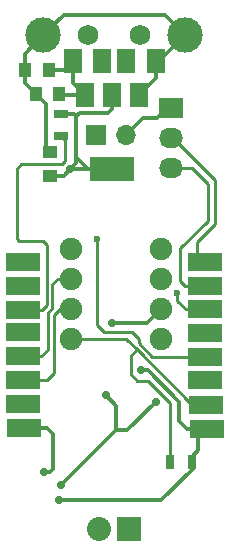
<source format=gbr>
G04 #@! TF.FileFunction,Copper,L1,Top,Signal*
%FSLAX46Y46*%
G04 Gerber Fmt 4.6, Leading zero omitted, Abs format (unit mm)*
G04 Created by KiCad (PCBNEW 4.0.4-stable) date 01/28/17 22:06:06*
%MOMM*%
%LPD*%
G01*
G04 APERTURE LIST*
%ADD10C,0.100000*%
%ADD11C,1.905000*%
%ADD12R,3.000000X1.500000*%
%ADD13R,2.032000X2.032000*%
%ADD14O,2.032000X2.032000*%
%ADD15R,1.000000X1.250000*%
%ADD16R,2.032000X1.727200*%
%ADD17O,2.032000X1.727200*%
%ADD18R,1.300000X0.700000*%
%ADD19R,0.700000X1.300000*%
%ADD20R,3.800000X2.000000*%
%ADD21R,1.500000X2.000000*%
%ADD22C,1.750000*%
%ADD23C,2.999740*%
%ADD24R,1.700000X1.700000*%
%ADD25O,1.700000X1.700000*%
%ADD26R,1.250000X1.000000*%
%ADD27C,0.700000*%
%ADD28C,0.600000*%
%ADD29C,0.350000*%
%ADD30C,0.300000*%
%ADD31C,0.250000*%
G04 APERTURE END LIST*
D10*
D11*
X154740000Y-75480000D03*
X154740000Y-78020000D03*
X154740000Y-80560000D03*
X154740000Y-83100000D03*
X147120000Y-83100000D03*
X147120000Y-80560000D03*
X147120000Y-78020000D03*
X147120000Y-75480000D03*
D12*
X158617000Y-90702400D03*
X158566200Y-88670400D03*
X158490000Y-86587600D03*
X158515400Y-84606400D03*
X158490000Y-82574400D03*
X158515400Y-80593200D03*
X158490000Y-78586600D03*
X143178900Y-90664300D03*
X143102700Y-88581500D03*
X143102700Y-86600300D03*
X143090000Y-84581000D03*
X143090000Y-82549000D03*
X143090000Y-80644000D03*
X143090000Y-78612000D03*
X143090000Y-76580000D03*
X158490000Y-76580000D03*
D13*
X152030000Y-99170000D03*
D14*
X149490000Y-99170000D03*
D15*
X145250000Y-60350000D03*
X143250000Y-60350000D03*
D16*
X155570000Y-63570000D03*
D17*
X155570000Y-66110000D03*
X155570000Y-68650000D03*
D18*
X146330000Y-65930000D03*
X146330000Y-64030000D03*
D19*
X155520000Y-93530000D03*
X157420000Y-93530000D03*
D20*
X150610000Y-68720000D03*
D21*
X150610000Y-62420000D03*
X148310000Y-62420000D03*
X152910000Y-62420000D03*
X154300000Y-59600000D03*
X151800000Y-59600000D03*
X149800000Y-59600000D03*
D22*
X148600000Y-57400000D03*
X153000000Y-57400000D03*
D21*
X147300000Y-59600000D03*
D23*
X156800000Y-57400000D03*
X144800000Y-57400000D03*
D15*
X146140000Y-62330000D03*
X144140000Y-62330000D03*
D24*
X149280000Y-65840000D03*
D25*
X151820000Y-65840000D03*
D26*
X145380000Y-69280000D03*
X145380000Y-67280000D03*
D27*
X150570000Y-81710000D03*
X153100000Y-85760000D03*
X154360000Y-88430000D03*
X146130000Y-96770000D03*
X150060000Y-87870000D03*
X146290000Y-95460000D03*
X144820000Y-94320000D03*
X147080000Y-68720000D03*
D28*
X156120000Y-79240000D03*
X149310000Y-74630000D03*
D29*
X154740000Y-80560000D02*
X153590000Y-81710000D01*
X150570000Y-81710000D02*
X153590000Y-81710000D01*
X145380000Y-67280000D02*
X145050000Y-66950000D01*
X145050000Y-66950000D02*
X145050000Y-63240000D01*
X145050000Y-63240000D02*
X144140000Y-62330000D01*
X151820000Y-65840000D02*
X151980000Y-65840000D01*
X157917000Y-90702400D02*
X156932400Y-90702400D01*
X156932400Y-90702400D02*
X156315735Y-90085735D01*
X153651470Y-85760000D02*
X153100000Y-85760000D01*
X156315735Y-88424265D02*
X153651470Y-85760000D01*
X156315735Y-90085735D02*
X156315735Y-88424265D01*
X151820000Y-65840000D02*
X153240000Y-64420000D01*
X153240000Y-64420000D02*
X154460000Y-64420000D01*
X154460000Y-64420000D02*
X155320000Y-63560000D01*
X151905000Y-90835000D02*
X150915000Y-90835000D01*
X154360000Y-88430000D02*
X151905000Y-90835000D01*
X157440000Y-94100000D02*
X157440000Y-92990000D01*
X154770000Y-96770000D02*
X157440000Y-94100000D01*
X146130000Y-96770000D02*
X154770000Y-96770000D01*
X150940000Y-90810000D02*
X150915000Y-90835000D01*
X150915000Y-90835000D02*
X146290000Y-95460000D01*
X150060000Y-87870000D02*
X150940000Y-88750000D01*
X150940000Y-88750000D02*
X150940000Y-90810000D01*
X157917000Y-90702400D02*
X157917000Y-92513000D01*
X157917000Y-92513000D02*
X157440000Y-92990000D01*
X144140000Y-62330000D02*
X143250000Y-61440000D01*
X143250000Y-61440000D02*
X143250000Y-60350000D01*
X143250000Y-60350000D02*
X143250000Y-58950000D01*
X143250000Y-58950000D02*
X144800000Y-57400000D01*
X142940000Y-60660000D02*
X143250000Y-60350000D01*
X152910000Y-62420000D02*
X154300000Y-61030000D01*
X154300000Y-61030000D02*
X154300000Y-59600000D01*
X154300000Y-59600000D02*
X154600000Y-59600000D01*
X154600000Y-59600000D02*
X156800000Y-57400000D01*
X144800000Y-57400000D02*
X146540000Y-55660000D01*
X155060000Y-55660000D02*
X156800000Y-57400000D01*
X146540000Y-55660000D02*
X155060000Y-55660000D01*
D30*
X154575000Y-59675000D02*
X154300000Y-59400000D01*
D29*
X145380000Y-69280000D02*
X146520000Y-69280000D01*
X146520000Y-69280000D02*
X147080000Y-68720000D01*
X146330000Y-64030000D02*
X147370000Y-64030000D01*
X147600000Y-64240000D02*
X147380000Y-64020000D01*
X147600000Y-64240000D02*
X147600000Y-64330000D01*
X147370000Y-64030000D02*
X147380000Y-64020000D01*
X147600000Y-64330000D02*
X147600000Y-64250000D01*
X150610000Y-63650000D02*
X150310000Y-63950000D01*
X150610000Y-63650000D02*
X150610000Y-62420000D01*
X147900000Y-63950000D02*
X150310000Y-63950000D01*
X147600000Y-64250000D02*
X147900000Y-63950000D01*
X147600000Y-64360000D02*
X147600000Y-64330000D01*
X147600000Y-67700000D02*
X147600000Y-64360000D01*
X147600000Y-67700000D02*
X147600000Y-68200000D01*
X147600000Y-68200000D02*
X147080000Y-68720000D01*
X144820000Y-94320000D02*
X145390000Y-94320000D01*
X145134300Y-90664300D02*
X145620000Y-91150000D01*
X143878900Y-90664300D02*
X145134300Y-90664300D01*
X145620000Y-94090000D02*
X145620000Y-91150000D01*
X145390000Y-94320000D02*
X145620000Y-94090000D01*
X148020000Y-68720000D02*
X147080000Y-68720000D01*
X148590000Y-68720000D02*
X148020000Y-68720000D01*
X147600000Y-67700000D02*
X147600000Y-67730000D01*
X147600000Y-67730000D02*
X148590000Y-68720000D01*
X148590000Y-68720000D02*
X150610000Y-68720000D01*
D31*
X155540000Y-92860000D02*
X155540000Y-93510000D01*
X155540000Y-93510000D02*
X155520000Y-93530000D01*
X147120000Y-83100000D02*
X151790000Y-83100000D01*
X151890000Y-83200000D02*
X151890000Y-83150000D01*
X151790000Y-83100000D02*
X151890000Y-83200000D01*
X155540000Y-92990000D02*
X155540000Y-92860000D01*
X155540000Y-92860000D02*
X155540000Y-88497060D01*
X152180000Y-84500000D02*
X152710000Y-83970000D01*
X152180000Y-86040000D02*
X152180000Y-84500000D01*
X152760000Y-86620000D02*
X152180000Y-86040000D01*
X153662940Y-86620000D02*
X152760000Y-86620000D01*
X155540000Y-88497060D02*
X153662940Y-86620000D01*
X157866200Y-88670400D02*
X157410400Y-88670400D01*
X157410400Y-88670400D02*
X152710000Y-83970000D01*
X152710000Y-83970000D02*
X151890000Y-83150000D01*
X155540000Y-92990000D02*
X155540000Y-93270000D01*
X147120000Y-80560000D02*
X146270000Y-80560000D01*
X146270000Y-80560000D02*
X146230000Y-80520000D01*
X146230000Y-80520000D02*
X147120000Y-80560000D01*
X143802700Y-86600300D02*
X145079700Y-86600300D01*
X145660000Y-81090000D02*
X146230000Y-80520000D01*
X145660000Y-86020000D02*
X145660000Y-81090000D01*
X145079700Y-86600300D02*
X145660000Y-86020000D01*
X147080000Y-77980000D02*
X146040000Y-77980000D01*
X145570002Y-78449998D02*
X146040000Y-77980000D01*
X145570002Y-80509998D02*
X145570002Y-78449998D01*
X145180000Y-80900000D02*
X145570002Y-80509998D01*
X145180000Y-83990000D02*
X145180000Y-80900000D01*
X145180000Y-83990000D02*
X144589000Y-84581000D01*
X147080000Y-77980000D02*
X147120000Y-78020000D01*
X143790000Y-84581000D02*
X144589000Y-84581000D01*
D29*
X148310000Y-62420000D02*
X146230000Y-62420000D01*
X146230000Y-62420000D02*
X146140000Y-62330000D01*
X147300000Y-59600000D02*
X147300000Y-61410000D01*
X147300000Y-61410000D02*
X148310000Y-62420000D01*
D30*
X145250000Y-60350000D02*
X146550000Y-60350000D01*
X146550000Y-60350000D02*
X147300000Y-59600000D01*
D31*
X157790000Y-76580000D02*
X157790000Y-74890000D01*
X159310000Y-69660000D02*
X155750000Y-66100000D01*
X159310000Y-73370000D02*
X159310000Y-69660000D01*
X157790000Y-74890000D02*
X159310000Y-73370000D01*
X155750000Y-66100000D02*
X155320000Y-66100000D01*
X158720000Y-70000000D02*
X158720000Y-69980000D01*
X156786600Y-78586600D02*
X156390000Y-78190000D01*
X156390000Y-78190000D02*
X156390000Y-75400000D01*
X156390000Y-75400000D02*
X158720000Y-73070000D01*
X158720000Y-73070000D02*
X158720000Y-70000000D01*
X157790000Y-78586600D02*
X156786600Y-78586600D01*
X157380000Y-68640000D02*
X155320000Y-68640000D01*
X158720000Y-69980000D02*
X157380000Y-68640000D01*
X157815400Y-80593200D02*
X156843200Y-80593200D01*
X156120000Y-79870000D02*
X156120000Y-79240000D01*
X156843200Y-80593200D02*
X156120000Y-79870000D01*
X142550000Y-68680000D02*
X142940000Y-68290000D01*
X142550000Y-69590000D02*
X142550000Y-68680000D01*
X146630000Y-68050000D02*
X146630000Y-66230000D01*
X146390000Y-68290000D02*
X146630000Y-68050000D01*
X142940000Y-68290000D02*
X146390000Y-68290000D01*
X146630000Y-66230000D02*
X146330000Y-65930000D01*
X145120000Y-75500000D02*
X145120000Y-75120000D01*
X144696000Y-80644000D02*
X145120000Y-80220000D01*
X145120000Y-80220000D02*
X145120000Y-75500000D01*
X143790000Y-80644000D02*
X144696000Y-80644000D01*
X144240000Y-74790000D02*
X144240000Y-74800000D01*
X144790000Y-74790000D02*
X144240000Y-74790000D01*
X145120000Y-75120000D02*
X144790000Y-74790000D01*
X144380000Y-74800000D02*
X144240000Y-74800000D01*
X144240000Y-74800000D02*
X142730000Y-74800000D01*
X142550000Y-74620000D02*
X142550000Y-69590000D01*
X142550000Y-69590000D02*
X142550000Y-69560000D01*
X142730000Y-74800000D02*
X142550000Y-74620000D01*
X143790000Y-80644000D02*
X144406000Y-80644000D01*
X152860000Y-83080000D02*
X152320000Y-82540000D01*
X149310000Y-79530000D02*
X149310000Y-74630000D01*
X154016400Y-84606400D02*
X152860000Y-83450000D01*
X152860000Y-83450000D02*
X152860000Y-83080000D01*
X154316400Y-84606400D02*
X157815400Y-84606400D01*
X154316400Y-84606400D02*
X154016400Y-84606400D01*
X149310000Y-81920000D02*
X149310000Y-79530000D01*
X149930000Y-82540000D02*
X149310000Y-81920000D01*
X152320000Y-82540000D02*
X149930000Y-82540000D01*
M02*

</source>
